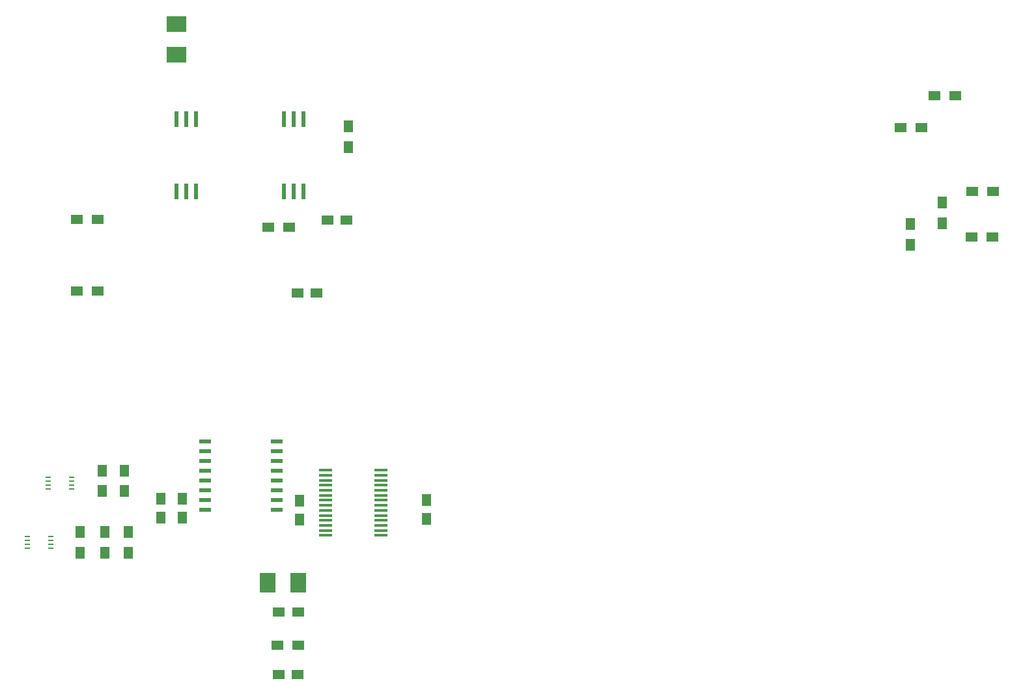
<source format=gbr>
G04 #@! TF.FileFunction,Paste,Top*
%FSLAX46Y46*%
G04 Gerber Fmt 4.6, Leading zero omitted, Abs format (unit mm)*
G04 Created by KiCad (PCBNEW 4.0.7-e2-6376~61~ubuntu18.04.1) date Mon Nov 26 09:53:18 2018*
%MOMM*%
%LPD*%
G01*
G04 APERTURE LIST*
%ADD10C,0.100000*%
%ADD11R,1.500000X1.300000*%
%ADD12R,1.300000X1.500000*%
%ADD13R,0.750000X0.250000*%
%ADD14R,0.600000X2.000000*%
%ADD15R,1.500000X0.600000*%
%ADD16R,1.750000X0.450000*%
%ADD17R,1.500000X1.250000*%
%ADD18R,2.500000X2.000000*%
%ADD19R,1.250000X1.500000*%
%ADD20R,2.000000X2.500000*%
G04 APERTURE END LIST*
D10*
D11*
X141250000Y-69420000D03*
X138550000Y-69420000D03*
D12*
X251110000Y-67230000D03*
X251110000Y-69930000D03*
X246930000Y-69980000D03*
X246930000Y-72680000D03*
D11*
X250075000Y-53300000D03*
X252775000Y-53300000D03*
X245675000Y-57475000D03*
X248375000Y-57475000D03*
D13*
X135202500Y-110672500D03*
X135202500Y-111172500D03*
X135202500Y-111672500D03*
X135202500Y-112172500D03*
X132102500Y-110672500D03*
X132102500Y-111172500D03*
X132102500Y-112172500D03*
X132102500Y-111672500D03*
X137902500Y-102952500D03*
X137902500Y-103452500D03*
X137902500Y-103952500D03*
X137902500Y-104452500D03*
X134802500Y-102952500D03*
X134802500Y-103452500D03*
X134802500Y-104452500D03*
X134802500Y-103952500D03*
D14*
X151515000Y-65790000D03*
X152785000Y-65790000D03*
X154055000Y-65790000D03*
X165485000Y-65790000D03*
X166755000Y-65790000D03*
X168025000Y-65790000D03*
X168025000Y-56390000D03*
X166755000Y-56390000D03*
X165485000Y-56390000D03*
X154055000Y-56390000D03*
X152785000Y-56390000D03*
X151515000Y-56390000D03*
D15*
X164502500Y-107207500D03*
X164502500Y-105937500D03*
X164502500Y-104667500D03*
X164502500Y-103397500D03*
X164502500Y-102127500D03*
X164502500Y-100857500D03*
X164502500Y-99587500D03*
X164502500Y-98317500D03*
X155202500Y-98317500D03*
X155202500Y-99587500D03*
X155202500Y-100857500D03*
X155202500Y-102127500D03*
X155202500Y-103397500D03*
X155202500Y-104667500D03*
X155202500Y-105937500D03*
X155202500Y-107207500D03*
D16*
X170852500Y-102037500D03*
X170852500Y-102687500D03*
X170852500Y-103337500D03*
X170852500Y-103987500D03*
X170852500Y-104637500D03*
X170852500Y-105287500D03*
X170852500Y-105937500D03*
X170852500Y-106587500D03*
X170852500Y-107237500D03*
X170852500Y-107887500D03*
X170852500Y-108537500D03*
X170852500Y-109187500D03*
X170852500Y-109837500D03*
X170852500Y-110487500D03*
X178052500Y-110487500D03*
X178052500Y-109837500D03*
X178052500Y-109187500D03*
X178052500Y-108537500D03*
X178052500Y-107887500D03*
X178052500Y-107237500D03*
X178052500Y-106587500D03*
X178052500Y-105937500D03*
X178052500Y-105287500D03*
X178052500Y-104637500D03*
X178052500Y-103987500D03*
X178052500Y-103337500D03*
X178052500Y-102687500D03*
X178052500Y-102037500D03*
D12*
X173890000Y-60020000D03*
X173890000Y-57320000D03*
D11*
X166120000Y-70450000D03*
X163420000Y-70450000D03*
X141270000Y-78730000D03*
X138570000Y-78730000D03*
X167310000Y-124750000D03*
X164610000Y-124750000D03*
D17*
X173630000Y-69520000D03*
X171130000Y-69520000D03*
X167220000Y-78940000D03*
X169720000Y-78940000D03*
D18*
X151520000Y-47990000D03*
X151520000Y-43990000D03*
D19*
X149452500Y-108212500D03*
X149452500Y-105712500D03*
X152252500Y-108212500D03*
X152252500Y-105712500D03*
X184000000Y-108360000D03*
X184000000Y-105860000D03*
X167502500Y-108462500D03*
X167502500Y-105962500D03*
D17*
X167260000Y-128600000D03*
X164760000Y-128600000D03*
X167320000Y-120490000D03*
X164820000Y-120490000D03*
D20*
X167350000Y-116660000D03*
X163350000Y-116660000D03*
D12*
X145252500Y-112772500D03*
X145252500Y-110072500D03*
X144752500Y-104752500D03*
X144752500Y-102052500D03*
X142152500Y-110072500D03*
X142152500Y-112772500D03*
X141852500Y-102052500D03*
X141852500Y-104752500D03*
X138952500Y-110072500D03*
X138952500Y-112772500D03*
D11*
X257560000Y-71720000D03*
X254860000Y-71720000D03*
X257690000Y-65800000D03*
X254990000Y-65800000D03*
M02*

</source>
